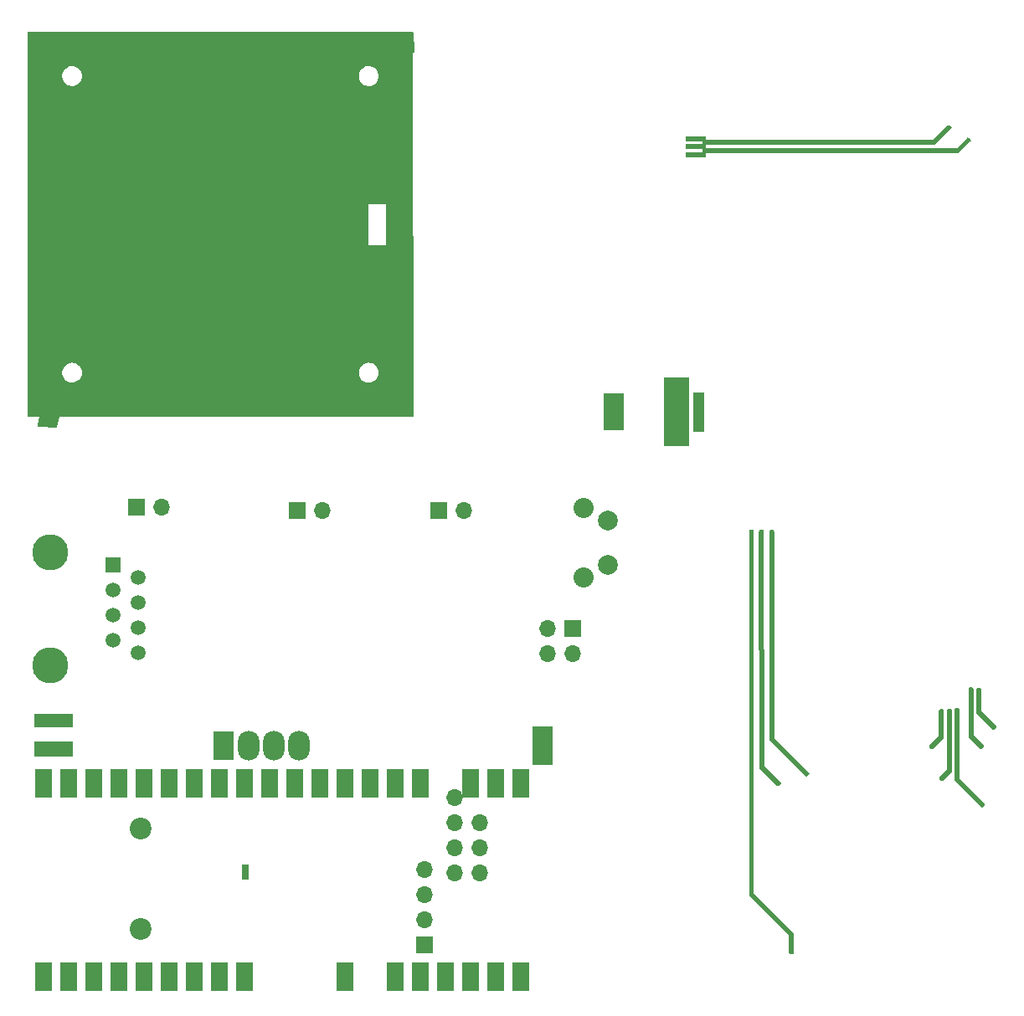
<source format=gbr>
G04 #@! TF.GenerationSoftware,KiCad,Pcbnew,7.0.1-0*
G04 #@! TF.CreationDate,2023-11-21T15:01:45-05:00*
G04 #@! TF.ProjectId,CosmicWatch,436f736d-6963-4576-9174-63682e6b6963,rev?*
G04 #@! TF.SameCoordinates,Original*
G04 #@! TF.FileFunction,Soldermask,Top*
G04 #@! TF.FilePolarity,Negative*
%FSLAX46Y46*%
G04 Gerber Fmt 4.6, Leading zero omitted, Abs format (unit mm)*
G04 Created by KiCad (PCBNEW 7.0.1-0) date 2023-11-21 15:01:45*
%MOMM*%
%LPD*%
G01*
G04 APERTURE LIST*
%ADD10R,1.700000X1.700000*%
%ADD11O,1.700000X1.700000*%
%ADD12C,1.000000*%
%ADD13R,2.000000X4.000000*%
%ADD14C,2.032000*%
%ADD15C,2.000000*%
%ADD16R,2.000000X3.000000*%
%ADD17O,2.200000X3.000000*%
%ADD18R,2.000000X5.000000*%
%ADD19R,1.700000X3.000000*%
%ADD20R,2.000000X3.800000*%
%ADD21R,2.500000X7.000000*%
%ADD22R,2.000000X0.500000*%
%ADD23C,3.650000*%
%ADD24R,1.500000X1.500000*%
%ADD25C,1.500000*%
%ADD26C,2.200000*%
%ADD27R,4.000000X1.500000*%
%ADD28R,4.000000X1.400000*%
%ADD29R,0.650000X1.560000*%
G04 APERTURE END LIST*
D10*
X103070000Y-90415000D03*
D11*
X105610000Y-90415000D03*
D10*
X72505000Y-90065000D03*
D11*
X75045000Y-90065000D03*
D10*
X88755000Y-90365000D03*
D11*
X91295000Y-90365000D03*
D12*
X79760000Y-60175000D03*
X81020000Y-60175000D03*
X82280000Y-60175000D03*
X79760000Y-61435000D03*
X82280000Y-61435000D03*
X79760000Y-62695000D03*
X81020000Y-62695000D03*
X82280000Y-62695000D03*
D13*
X113595000Y-114175000D03*
D10*
X116650000Y-102300000D03*
D11*
X116650000Y-104840000D03*
X114110000Y-102300000D03*
X114110000Y-104840000D03*
D14*
X117707500Y-97125000D03*
D15*
X120207500Y-95875000D03*
D14*
X117707500Y-90125000D03*
D15*
X120207500Y-91375000D03*
D16*
X81355000Y-114175000D03*
D17*
X83895000Y-114175000D03*
X86435000Y-114175000D03*
X88975000Y-114175000D03*
D10*
X66751370Y-61420023D03*
D11*
X69291370Y-61420023D03*
X71831370Y-61420023D03*
X74371370Y-61420023D03*
D18*
X98825000Y-61375000D03*
D10*
X101700000Y-134350000D03*
D11*
X101700000Y-131810000D03*
X101700000Y-129270000D03*
X101700000Y-126730000D03*
D19*
X63095000Y-137565000D03*
X65635000Y-137565000D03*
X68175000Y-137565000D03*
X70715000Y-137565000D03*
X73255000Y-137565000D03*
X75795000Y-137565000D03*
X78335000Y-137565000D03*
X80875000Y-137565000D03*
X83415000Y-137565000D03*
X93575000Y-137565000D03*
X98655000Y-137565000D03*
X101195000Y-137565000D03*
X103735000Y-137565000D03*
X106275000Y-137565000D03*
X108815000Y-137565000D03*
X111355000Y-137565000D03*
X111355000Y-117985000D03*
X108815000Y-117985000D03*
X106275000Y-117985000D03*
X101195000Y-117985000D03*
X98655000Y-117985000D03*
X96115000Y-117985000D03*
X93575000Y-117985000D03*
X91035000Y-117985000D03*
X88495000Y-117985000D03*
X85955000Y-117985000D03*
X83415000Y-117985000D03*
X80875000Y-117985000D03*
X78335000Y-117985000D03*
X75795000Y-117985000D03*
X73255000Y-117985000D03*
X70715000Y-117985000D03*
X68175000Y-117985000D03*
X65635000Y-117985000D03*
X63095000Y-117985000D03*
D18*
X94925000Y-61425000D03*
D20*
X120800000Y-80400000D03*
D21*
X127175000Y-80400000D03*
D22*
X129125000Y-52765000D03*
X129125000Y-52765000D03*
X129125000Y-53565000D03*
X129125000Y-54365000D03*
D23*
X63845000Y-94645000D03*
X63845000Y-106075000D03*
D24*
X70195000Y-95915000D03*
D25*
X72735000Y-97185000D03*
X70195000Y-98455000D03*
X72735000Y-99725000D03*
X70195000Y-100995000D03*
X72735000Y-102265000D03*
X70195000Y-103535000D03*
X72735000Y-104805000D03*
D26*
X72965000Y-132679500D03*
X72965000Y-122529500D03*
D11*
X104685000Y-119395000D03*
X107225000Y-121935000D03*
X104685000Y-121935000D03*
X107225000Y-124475000D03*
X104685000Y-124475000D03*
X107225000Y-127015000D03*
X104685000Y-127015000D03*
D27*
X64145000Y-114525000D03*
D28*
X64145000Y-111625000D03*
D29*
X83515000Y-126910000D03*
G36*
X100399005Y-41924995D02*
G01*
X100462003Y-41941878D01*
X100508120Y-41987997D01*
X100525000Y-42050995D01*
X100525000Y-42925001D01*
X100531406Y-42931407D01*
X100570144Y-42941741D01*
X100616225Y-42987515D01*
X100633384Y-43050158D01*
X100639516Y-43968158D01*
X100622918Y-44031513D01*
X100576762Y-44077979D01*
X100513519Y-44095000D01*
X100495001Y-44095000D01*
X100524897Y-80798897D01*
X100508050Y-80861941D01*
X100461927Y-80908102D01*
X100398897Y-80925000D01*
X64784999Y-80925000D01*
X64523166Y-81873076D01*
X64497152Y-81921799D01*
X64452798Y-81954714D01*
X64398628Y-81965496D01*
X62704681Y-81924012D01*
X62652388Y-81911228D01*
X62610204Y-81877785D01*
X62585828Y-81829787D01*
X62583711Y-81775996D01*
X62734999Y-80925000D01*
X61651000Y-80925000D01*
X61588000Y-80908119D01*
X61541881Y-80862000D01*
X61525000Y-80799000D01*
X61525000Y-76526168D01*
X65030131Y-76526168D01*
X65070860Y-76724361D01*
X65150653Y-76910303D01*
X65266240Y-77076370D01*
X65412894Y-77215775D01*
X65584606Y-77322805D01*
X65774347Y-77393077D01*
X65974351Y-77423716D01*
X66176426Y-77413468D01*
X66372308Y-77362750D01*
X66553961Y-77273646D01*
X66713968Y-77149792D01*
X66845762Y-76996268D01*
X66943957Y-76819357D01*
X67004529Y-76626299D01*
X67014711Y-76526168D01*
X95030131Y-76526168D01*
X95070860Y-76724361D01*
X95150653Y-76910303D01*
X95266240Y-77076370D01*
X95412894Y-77215775D01*
X95584606Y-77322805D01*
X95774347Y-77393077D01*
X95974351Y-77423716D01*
X96176426Y-77413468D01*
X96372308Y-77362750D01*
X96553961Y-77273646D01*
X96713968Y-77149792D01*
X96845762Y-76996268D01*
X96943957Y-76819357D01*
X97004529Y-76626299D01*
X97024999Y-76424999D01*
X97004529Y-76223700D01*
X96943957Y-76030642D01*
X96845762Y-75853731D01*
X96713968Y-75700207D01*
X96553961Y-75576353D01*
X96372308Y-75487249D01*
X96176426Y-75436531D01*
X95974351Y-75426283D01*
X95774347Y-75456922D01*
X95584606Y-75527194D01*
X95412894Y-75634224D01*
X95266240Y-75773629D01*
X95150653Y-75939696D01*
X95070860Y-76125638D01*
X95030131Y-76323832D01*
X95030131Y-76526168D01*
X67014711Y-76526168D01*
X67024999Y-76424999D01*
X67004529Y-76223700D01*
X66943957Y-76030642D01*
X66845762Y-75853731D01*
X66713968Y-75700207D01*
X66553961Y-75576353D01*
X66372308Y-75487249D01*
X66176426Y-75436531D01*
X65974351Y-75426283D01*
X65774347Y-75456922D01*
X65584606Y-75527194D01*
X65412894Y-75634224D01*
X65266240Y-75773629D01*
X65150653Y-75939696D01*
X65070860Y-76125638D01*
X65030131Y-76323832D01*
X65030131Y-76526168D01*
X61525000Y-76526168D01*
X61525000Y-59350000D01*
X95975000Y-59350000D01*
X95975000Y-63500000D01*
X97775000Y-63500000D01*
X97775000Y-59350000D01*
X95975000Y-59350000D01*
X61525000Y-59350000D01*
X61525000Y-46526168D01*
X65030131Y-46526168D01*
X65070860Y-46724361D01*
X65150653Y-46910303D01*
X65266240Y-47076370D01*
X65412894Y-47215775D01*
X65584606Y-47322805D01*
X65774347Y-47393077D01*
X65974351Y-47423716D01*
X66176426Y-47413468D01*
X66372308Y-47362750D01*
X66553961Y-47273646D01*
X66713968Y-47149792D01*
X66845762Y-46996268D01*
X66943957Y-46819357D01*
X67004529Y-46626299D01*
X67014711Y-46526168D01*
X95030131Y-46526168D01*
X95070860Y-46724361D01*
X95150653Y-46910303D01*
X95266240Y-47076370D01*
X95412894Y-47215775D01*
X95584606Y-47322805D01*
X95774347Y-47393077D01*
X95974351Y-47423716D01*
X96176426Y-47413468D01*
X96372308Y-47362750D01*
X96553961Y-47273646D01*
X96713968Y-47149792D01*
X96845762Y-46996268D01*
X96943957Y-46819357D01*
X97004529Y-46626299D01*
X97024999Y-46425000D01*
X97004529Y-46223700D01*
X96943957Y-46030642D01*
X96845762Y-45853731D01*
X96713968Y-45700207D01*
X96553961Y-45576353D01*
X96372308Y-45487249D01*
X96176426Y-45436531D01*
X95974351Y-45426283D01*
X95774347Y-45456922D01*
X95584606Y-45527194D01*
X95412894Y-45634224D01*
X95266240Y-45773629D01*
X95150653Y-45939696D01*
X95070860Y-46125638D01*
X95030131Y-46323832D01*
X95030131Y-46526168D01*
X67014711Y-46526168D01*
X67024999Y-46425000D01*
X67004529Y-46223700D01*
X66943957Y-46030642D01*
X66845762Y-45853731D01*
X66713968Y-45700207D01*
X66553961Y-45576353D01*
X66372308Y-45487249D01*
X66176426Y-45436531D01*
X65974351Y-45426283D01*
X65774347Y-45456922D01*
X65584606Y-45527194D01*
X65412894Y-45634224D01*
X65266240Y-45773629D01*
X65150653Y-45939696D01*
X65070860Y-46125638D01*
X65030131Y-46323832D01*
X65030131Y-46526168D01*
X61525000Y-46526168D01*
X61525000Y-42050977D01*
X61541877Y-41987984D01*
X61587987Y-41941865D01*
X61650977Y-41924977D01*
X69020017Y-41923630D01*
X69020045Y-41923630D01*
X100399005Y-41924995D01*
G37*
G36*
X154112000Y-110491881D02*
G01*
X154158119Y-110538000D01*
X154175000Y-110601000D01*
X154175000Y-113322810D01*
X154165409Y-113371028D01*
X154138095Y-113411905D01*
X153064095Y-114485905D01*
X153007611Y-114518517D01*
X152942389Y-114518517D01*
X152885905Y-114485905D01*
X152714095Y-114314095D01*
X152681483Y-114257611D01*
X152681483Y-114192389D01*
X152714095Y-114135905D01*
X153675000Y-113175000D01*
X153675000Y-110601000D01*
X153691881Y-110538000D01*
X153738000Y-110491881D01*
X153801000Y-110475000D01*
X154049000Y-110475000D01*
X154112000Y-110491881D01*
G37*
G36*
X154912000Y-110441881D02*
G01*
X154958119Y-110488000D01*
X154975000Y-110551000D01*
X154975000Y-116772810D01*
X154965409Y-116821028D01*
X154938095Y-116861905D01*
X154114095Y-117685905D01*
X154057611Y-117718517D01*
X153992389Y-117718517D01*
X153935905Y-117685905D01*
X153764095Y-117514095D01*
X153731483Y-117457611D01*
X153731483Y-117392389D01*
X153764095Y-117335904D01*
X154475000Y-116625000D01*
X154475000Y-110551000D01*
X154491881Y-110488000D01*
X154538000Y-110441881D01*
X154601000Y-110425000D01*
X154849000Y-110425000D01*
X154912000Y-110441881D01*
G37*
G36*
X155712000Y-110391881D02*
G01*
X155758119Y-110438000D01*
X155775000Y-110501000D01*
X155775000Y-117525001D01*
X158297727Y-120047727D01*
X158328661Y-120098493D01*
X158332875Y-120157791D01*
X158309432Y-120212422D01*
X158162167Y-120408777D01*
X158105329Y-120451259D01*
X158034547Y-120456289D01*
X157972272Y-120422272D01*
X155311905Y-117761905D01*
X155284591Y-117721028D01*
X155275000Y-117672810D01*
X155275000Y-110501000D01*
X155291881Y-110438000D01*
X155338000Y-110391881D01*
X155401000Y-110375000D01*
X155649000Y-110375000D01*
X155712000Y-110391881D01*
G37*
G36*
X157112000Y-108291881D02*
G01*
X157158119Y-108338000D01*
X157175000Y-108401000D01*
X157175000Y-113075001D01*
X158197727Y-114097727D01*
X158228661Y-114148493D01*
X158232875Y-114207791D01*
X158209432Y-114262422D01*
X158062167Y-114458777D01*
X158005329Y-114501259D01*
X157934547Y-114506289D01*
X157872272Y-114472272D01*
X156711905Y-113311905D01*
X156684591Y-113271028D01*
X156675000Y-113222810D01*
X156675000Y-108401000D01*
X156691881Y-108338000D01*
X156738000Y-108291881D01*
X156801000Y-108275000D01*
X157049000Y-108275000D01*
X157112000Y-108291881D01*
G37*
G36*
X157912000Y-108341881D02*
G01*
X157958119Y-108388000D01*
X157975000Y-108451000D01*
X157975000Y-110675001D01*
X159457794Y-112157794D01*
X159486861Y-112203144D01*
X159494333Y-112256489D01*
X159478843Y-112308080D01*
X159356122Y-112528979D01*
X159317271Y-112571679D01*
X159263454Y-112592570D01*
X159205969Y-112587267D01*
X159156883Y-112556883D01*
X157511905Y-110911905D01*
X157484591Y-110871028D01*
X157475000Y-110822810D01*
X157475000Y-108451000D01*
X157491881Y-108388000D01*
X157538000Y-108341881D01*
X157601000Y-108325000D01*
X157849000Y-108325000D01*
X157912000Y-108341881D01*
G37*
G36*
X134912000Y-92341881D02*
G01*
X134958119Y-92388000D01*
X134975000Y-92451000D01*
X134975000Y-129125001D01*
X138988095Y-133138095D01*
X139015409Y-133178972D01*
X139025000Y-133227190D01*
X139025000Y-135099000D01*
X139008119Y-135162000D01*
X138962000Y-135208119D01*
X138899000Y-135225000D01*
X138651000Y-135225000D01*
X138588000Y-135208119D01*
X138541881Y-135162000D01*
X138525000Y-135099000D01*
X138525000Y-133375000D01*
X138524999Y-133374998D01*
X134511905Y-129361905D01*
X134484591Y-129321028D01*
X134475000Y-129272810D01*
X134475000Y-92451000D01*
X134491881Y-92388000D01*
X134538000Y-92341881D01*
X134601000Y-92325000D01*
X134849000Y-92325000D01*
X134912000Y-92341881D01*
G37*
G36*
X135912187Y-92341837D02*
G01*
X135958294Y-92387848D01*
X135975263Y-92450736D01*
X136025000Y-116225000D01*
X136025001Y-116225002D01*
X137685904Y-117885905D01*
X137718516Y-117942389D01*
X137718516Y-118007611D01*
X137685905Y-118064095D01*
X137514096Y-118235905D01*
X137457611Y-118268517D01*
X137392389Y-118268517D01*
X137335905Y-118235905D01*
X135561797Y-116461797D01*
X135534533Y-116421041D01*
X135524892Y-116372963D01*
X135475262Y-92451261D01*
X135492056Y-92388151D01*
X135538187Y-92341924D01*
X135601262Y-92325000D01*
X135849263Y-92325000D01*
X135912187Y-92341837D01*
G37*
G36*
X136962000Y-92341881D02*
G01*
X137008119Y-92388000D01*
X137025000Y-92451000D01*
X137025000Y-113375001D01*
X140535904Y-116885905D01*
X140568516Y-116942389D01*
X140568516Y-117007611D01*
X140535905Y-117064095D01*
X140364096Y-117235905D01*
X140307611Y-117268517D01*
X140242389Y-117268517D01*
X140185905Y-117235905D01*
X136561905Y-113611905D01*
X136534591Y-113571028D01*
X136525000Y-113522810D01*
X136525000Y-92451000D01*
X136541881Y-92388000D01*
X136588000Y-92341881D01*
X136651000Y-92325000D01*
X136899000Y-92325000D01*
X136962000Y-92341881D01*
G37*
G36*
X129912000Y-78416881D02*
G01*
X129958119Y-78463000D01*
X129975000Y-78526000D01*
X129975000Y-82274000D01*
X129958119Y-82337000D01*
X129912000Y-82383119D01*
X129849000Y-82400000D01*
X128955499Y-82400000D01*
X128892499Y-82383119D01*
X128846380Y-82337000D01*
X128829499Y-82274000D01*
X128829499Y-78526000D01*
X128846380Y-78463000D01*
X128892499Y-78416881D01*
X128955499Y-78400000D01*
X129849000Y-78400000D01*
X129912000Y-78416881D01*
G37*
G36*
X154708080Y-51396156D02*
G01*
X154928979Y-51518877D01*
X154971679Y-51557728D01*
X154992570Y-51611544D01*
X154987267Y-51669030D01*
X154956883Y-51718116D01*
X153311905Y-53363095D01*
X153271028Y-53390409D01*
X153222810Y-53400000D01*
X129876000Y-53400000D01*
X129813000Y-53383119D01*
X129766881Y-53337000D01*
X129750000Y-53274000D01*
X129750000Y-53026000D01*
X129766881Y-52963000D01*
X129813000Y-52916881D01*
X129876000Y-52900000D01*
X153074999Y-52900000D01*
X154557793Y-51417205D01*
X154603144Y-51388138D01*
X154656489Y-51380666D01*
X154708080Y-51396156D01*
G37*
G36*
X156662422Y-52665567D02*
G01*
X156858777Y-52812832D01*
X156901259Y-52869670D01*
X156906289Y-52940452D01*
X156872272Y-53002727D01*
X155711905Y-54163095D01*
X155671028Y-54190409D01*
X155622810Y-54200000D01*
X129876000Y-54200000D01*
X129813000Y-54183119D01*
X129766881Y-54137000D01*
X129750000Y-54074000D01*
X129750000Y-53826000D01*
X129766881Y-53763000D01*
X129813000Y-53716881D01*
X129876000Y-53700000D01*
X155474999Y-53700000D01*
X156497726Y-52677272D01*
X156548493Y-52646338D01*
X156607791Y-52642124D01*
X156662422Y-52665567D01*
G37*
M02*

</source>
